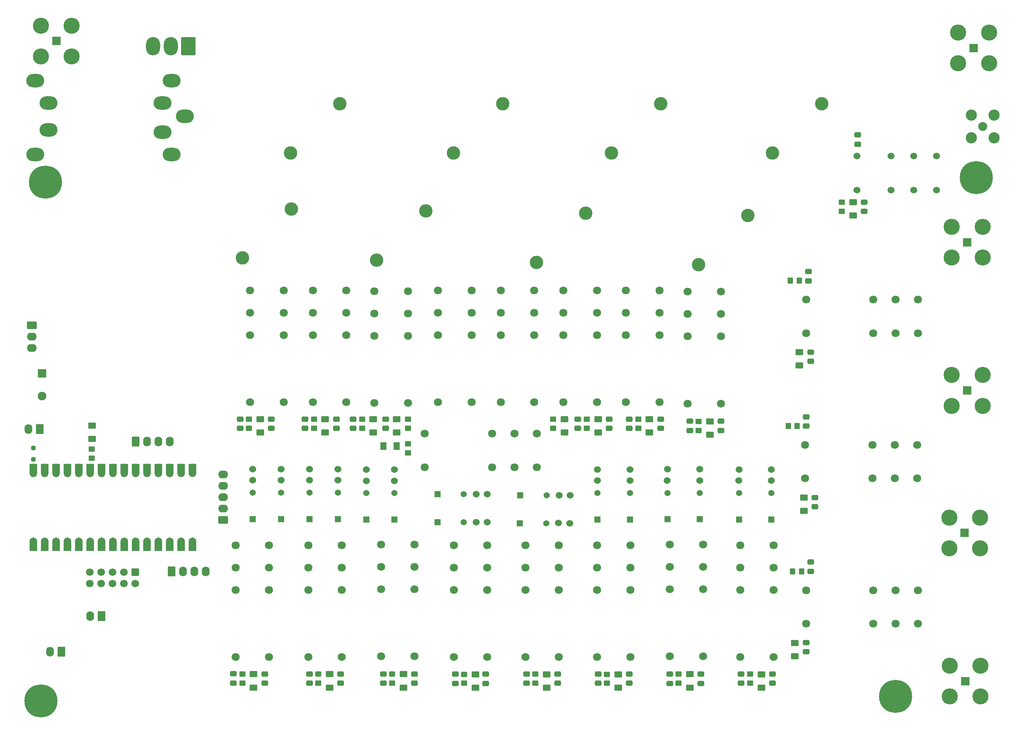
<source format=gts>
G04 #@! TF.GenerationSoftware,KiCad,Pcbnew,7.0.1*
G04 #@! TF.CreationDate,2023-05-12T07:13:37+02:00*
G04 #@! TF.ProjectId,K_Aries,4b5f4172-6965-4732-9e6b-696361645f70,rev?*
G04 #@! TF.SameCoordinates,Original*
G04 #@! TF.FileFunction,Soldermask,Top*
G04 #@! TF.FilePolarity,Negative*
%FSLAX46Y46*%
G04 Gerber Fmt 4.6, Leading zero omitted, Abs format (unit mm)*
G04 Created by KiCad (PCBNEW 7.0.1) date 2023-05-12 07:13:37*
%MOMM*%
%LPD*%
G01*
G04 APERTURE LIST*
G04 Aperture macros list*
%AMRoundRect*
0 Rectangle with rounded corners*
0 $1 Rounding radius*
0 $2 $3 $4 $5 $6 $7 $8 $9 X,Y pos of 4 corners*
0 Add a 4 corners polygon primitive as box body*
4,1,4,$2,$3,$4,$5,$6,$7,$8,$9,$2,$3,0*
0 Add four circle primitives for the rounded corners*
1,1,$1+$1,$2,$3*
1,1,$1+$1,$4,$5*
1,1,$1+$1,$6,$7*
1,1,$1+$1,$8,$9*
0 Add four rect primitives between the rounded corners*
20,1,$1+$1,$2,$3,$4,$5,0*
20,1,$1+$1,$4,$5,$6,$7,0*
20,1,$1+$1,$6,$7,$8,$9,0*
20,1,$1+$1,$8,$9,$2,$3,0*%
G04 Aperture macros list end*
%ADD10C,1.803400*%
%ADD11RoundRect,0.250000X-0.475000X0.337500X-0.475000X-0.337500X0.475000X-0.337500X0.475000X0.337500X0*%
%ADD12O,4.000000X3.000000*%
%ADD13R,1.371600X1.371600*%
%ADD14C,1.371600*%
%ADD15C,1.524000*%
%ADD16RoundRect,0.250001X-0.624999X0.462499X-0.624999X-0.462499X0.624999X-0.462499X0.624999X0.462499X0*%
%ADD17RoundRect,0.250000X-0.450000X0.350000X-0.450000X-0.350000X0.450000X-0.350000X0.450000X0.350000X0*%
%ADD18C,1.998980*%
%ADD19C,2.499360*%
%ADD20RoundRect,0.250001X0.624999X-0.462499X0.624999X0.462499X-0.624999X0.462499X-0.624999X-0.462499X0*%
%ADD21C,3.000000*%
%ADD22RoundRect,0.250000X0.620000X0.845000X-0.620000X0.845000X-0.620000X-0.845000X0.620000X-0.845000X0*%
%ADD23O,1.740000X2.190000*%
%ADD24RoundRect,0.250000X0.475000X-0.337500X0.475000X0.337500X-0.475000X0.337500X-0.475000X-0.337500X0*%
%ADD25R,1.950000X1.950000*%
%ADD26C,3.600000*%
%ADD27RoundRect,0.250000X-0.250000X0.250000X-0.250000X-0.250000X0.250000X-0.250000X0.250000X0.250000X0*%
%ADD28C,1.950000*%
%ADD29C,7.400000*%
%ADD30RoundRect,0.250000X1.330000X1.800000X-1.330000X1.800000X-1.330000X-1.800000X1.330000X-1.800000X0*%
%ADD31O,3.160000X4.100000*%
%ADD32RoundRect,0.250000X-0.845000X0.620000X-0.845000X-0.620000X0.845000X-0.620000X0.845000X0.620000X0*%
%ADD33O,2.190000X1.740000*%
%ADD34RoundRect,0.250000X0.350000X0.450000X-0.350000X0.450000X-0.350000X-0.450000X0.350000X-0.450000X0*%
%ADD35C,1.700000*%
%ADD36O,1.700000X3.000000*%
%ADD37R,1.700000X1.700000*%
%ADD38O,1.700000X1.700000*%
%ADD39RoundRect,0.250000X-0.620000X-0.845000X0.620000X-0.845000X0.620000X0.845000X-0.620000X0.845000X0*%
%ADD40RoundRect,0.250000X0.845000X-0.620000X0.845000X0.620000X-0.845000X0.620000X-0.845000X-0.620000X0*%
%ADD41RoundRect,0.250001X0.462499X0.624999X-0.462499X0.624999X-0.462499X-0.624999X0.462499X-0.624999X0*%
%ADD42RoundRect,0.250000X-0.600000X0.600000X-0.600000X-0.600000X0.600000X-0.600000X0.600000X0.600000X0*%
G04 APERTURE END LIST*
D10*
X225750000Y-201199996D03*
X225750000Y-186199996D03*
X225750000Y-181199995D03*
X225750000Y-176199995D03*
X218250000Y-176199995D03*
X218250000Y-181199995D03*
X218250000Y-186199996D03*
X218250000Y-201199996D03*
D11*
X193500000Y-204962500D03*
X193500000Y-207037500D03*
D12*
X111700000Y-83300000D03*
X137200000Y-77300000D03*
X142200000Y-80300000D03*
X108700000Y-88800000D03*
X139200000Y-88800000D03*
X111700000Y-77300000D03*
X137200000Y-83800000D03*
X108700000Y-72300000D03*
X139200000Y-72300000D03*
D13*
X273248400Y-170436750D03*
D14*
X273248400Y-164536750D03*
D15*
X273238400Y-161746750D03*
X273248400Y-159266750D03*
D11*
X177000000Y-204962500D03*
X177000000Y-207037500D03*
D13*
X176400000Y-170336750D03*
D14*
X176400000Y-164436750D03*
D15*
X176390000Y-161646750D03*
X176400000Y-159166750D03*
D16*
X291500000Y-99512500D03*
X291500000Y-102487500D03*
D17*
X232000000Y-148000000D03*
X232000000Y-150000000D03*
D18*
X320460000Y-82540000D03*
D19*
X323000000Y-85080000D03*
X323000000Y-80000000D03*
X317920000Y-85080000D03*
X317920000Y-80000000D03*
D20*
X157500000Y-207987500D03*
X157500000Y-205012500D03*
D10*
X161000000Y-201199996D03*
X161000000Y-186199996D03*
X161000000Y-181199995D03*
X161000000Y-176199995D03*
X153500000Y-176199995D03*
X153500000Y-181199995D03*
X153500000Y-186199996D03*
X153500000Y-201199996D03*
D21*
X257000000Y-113475000D03*
X268000000Y-102475000D03*
D11*
X250500000Y-205000000D03*
X250500000Y-207075000D03*
D22*
X114540000Y-200000000D03*
D23*
X112000000Y-200000000D03*
D24*
X282000000Y-182037500D03*
X282000000Y-179962500D03*
X281000000Y-149537500D03*
X281000000Y-147462500D03*
D10*
X193500000Y-201000000D03*
X193500000Y-186000000D03*
X193500000Y-180999999D03*
X193500000Y-175999999D03*
X186000000Y-175999999D03*
X186000000Y-180999999D03*
X186000000Y-186000000D03*
X186000000Y-201000000D03*
X258000000Y-201000001D03*
X258000000Y-186000001D03*
X258000000Y-181000000D03*
X258000000Y-176000000D03*
X250500000Y-176000000D03*
X250500000Y-181000000D03*
X250500000Y-186000001D03*
X250500000Y-201000001D03*
D20*
X246000000Y-150987500D03*
X246000000Y-148012500D03*
X189500000Y-150987500D03*
X189500000Y-148012500D03*
D11*
X234500000Y-204962500D03*
X234500000Y-207037500D03*
X160000000Y-204962500D03*
X160000000Y-207037500D03*
D13*
X198600000Y-164800000D03*
D14*
X204500000Y-164800000D03*
D15*
X207290000Y-164790000D03*
X209770000Y-164800000D03*
D11*
X282000000Y-133000000D03*
X282000000Y-135075000D03*
D17*
X220500000Y-205012500D03*
X220500000Y-207012500D03*
X188500000Y-205000000D03*
X188500000Y-207000000D03*
X257000000Y-148500000D03*
X257000000Y-150500000D03*
D13*
X157300000Y-170350000D03*
D14*
X157300000Y-164450000D03*
D15*
X157290000Y-161660000D03*
X157300000Y-159180000D03*
D25*
X316560000Y-206560000D03*
D26*
X313120000Y-203120000D03*
X313120000Y-210000000D03*
X320000000Y-203120000D03*
X320000000Y-210000000D03*
D11*
X237000000Y-147962500D03*
X237000000Y-150037500D03*
D21*
X165825000Y-88475000D03*
X176825000Y-77475000D03*
D20*
X184250000Y-150987500D03*
X184250000Y-148012500D03*
D10*
X281000000Y-193750000D03*
X296000000Y-193750000D03*
X301000001Y-193750000D03*
X306000001Y-193750000D03*
X306000001Y-186250000D03*
X301000001Y-186250000D03*
X296000000Y-186250000D03*
X281000000Y-186250000D03*
D25*
X113440000Y-63440000D03*
D26*
X110000000Y-60000000D03*
X110000000Y-66880000D03*
X116880000Y-60000000D03*
X116880000Y-66880000D03*
D11*
X261980000Y-148462500D03*
X261980000Y-150537500D03*
D24*
X292500000Y-86500000D03*
X292500000Y-84425000D03*
D20*
X234500000Y-150987500D03*
X234500000Y-148012500D03*
D10*
X280800004Y-161250000D03*
X295800004Y-161250000D03*
X300800005Y-161250000D03*
X305800005Y-161250000D03*
X305800005Y-153750000D03*
X300800005Y-153750000D03*
X295800004Y-153750000D03*
X280800004Y-153750000D03*
D11*
X281000000Y-197925000D03*
X281000000Y-200000000D03*
X202600000Y-205000000D03*
X202600000Y-207075000D03*
D20*
X191000000Y-207987500D03*
X191000000Y-205012500D03*
D11*
X186500000Y-204962500D03*
X186500000Y-207037500D03*
D10*
X273750000Y-201199996D03*
X273750000Y-186199996D03*
X273750000Y-181199995D03*
X273750000Y-176199995D03*
X266250000Y-176199995D03*
X266250000Y-181199995D03*
X266250000Y-186199996D03*
X266250000Y-201199996D03*
D20*
X280500000Y-168487500D03*
X280500000Y-165512500D03*
D13*
X163700000Y-170336750D03*
D14*
X163700000Y-164436750D03*
D15*
X163690000Y-161646750D03*
X163700000Y-159166750D03*
D13*
X170000000Y-170336750D03*
D14*
X170000000Y-164436750D03*
D15*
X169990000Y-161646750D03*
X170000000Y-159166750D03*
D22*
X109740000Y-150200000D03*
D23*
X107200000Y-150200000D03*
D11*
X266500000Y-204962500D03*
X266500000Y-207037500D03*
D13*
X217000000Y-171250000D03*
D14*
X222900000Y-171250000D03*
D15*
X225690000Y-171240000D03*
X228170000Y-171250000D03*
D27*
X108300000Y-154450000D03*
X108300000Y-156950000D03*
D11*
X248500000Y-147962500D03*
X248500000Y-150037500D03*
D25*
X110250000Y-137750000D03*
D28*
X110250000Y-142830000D03*
D11*
X161500000Y-147962500D03*
X161500000Y-150037500D03*
D13*
X182700000Y-170450000D03*
D14*
X182700000Y-164550000D03*
D15*
X182690000Y-161760000D03*
X182700000Y-159280000D03*
D25*
X317000000Y-141560000D03*
D26*
X313560000Y-138120000D03*
X313560000Y-145000000D03*
X320440000Y-138120000D03*
X320440000Y-145000000D03*
D13*
X257248400Y-170370000D03*
D14*
X257248400Y-164470000D03*
D15*
X257238400Y-161680000D03*
X257248400Y-159200000D03*
D11*
X179750000Y-147962500D03*
X179750000Y-150037500D03*
D20*
X173500000Y-150987500D03*
X173500000Y-148012500D03*
D21*
X273500000Y-88500000D03*
X284500000Y-77500000D03*
D17*
X181750000Y-148000000D03*
X181750000Y-150000000D03*
X268500000Y-205012500D03*
X268500000Y-207012500D03*
X156500000Y-148000000D03*
X156500000Y-150000000D03*
D29*
X111000000Y-95000000D03*
D30*
X142960000Y-64595000D03*
D31*
X139000000Y-64595000D03*
X135040000Y-64595000D03*
D20*
X278500000Y-200987500D03*
X278500000Y-198012500D03*
D32*
X108000000Y-127000000D03*
D33*
X108000000Y-129540000D03*
X108000000Y-132080000D03*
D13*
X198600000Y-171000000D03*
D14*
X204500000Y-171000000D03*
D15*
X207290000Y-170990000D03*
X209770000Y-171000000D03*
D11*
X273500000Y-204962500D03*
X273500000Y-207037500D03*
D13*
X189000000Y-170450000D03*
D14*
X189000000Y-164550000D03*
D15*
X188990000Y-161760000D03*
X189000000Y-159280000D03*
D25*
X316440000Y-173440000D03*
D26*
X313000000Y-170000000D03*
X313000000Y-176880000D03*
X319880000Y-170000000D03*
X319880000Y-176880000D03*
D34*
X280000000Y-182000000D03*
X278000000Y-182000000D03*
D25*
X317000000Y-108440000D03*
D26*
X313560000Y-105000000D03*
X313560000Y-111880000D03*
X320440000Y-105000000D03*
X320440000Y-111880000D03*
D10*
X195800004Y-158750000D03*
X210800004Y-158750000D03*
X215800005Y-158750000D03*
X220800005Y-158750000D03*
X220800005Y-151250000D03*
X215800005Y-151250000D03*
X210800004Y-151250000D03*
X195800004Y-151250000D03*
D11*
X230000000Y-147962500D03*
X230000000Y-150037500D03*
D17*
X121300000Y-154700000D03*
X121300000Y-156700000D03*
D21*
X155000000Y-111975000D03*
X166000000Y-100975000D03*
D11*
X255000000Y-148462500D03*
X255000000Y-150537500D03*
X169000000Y-147962500D03*
X169000000Y-150037500D03*
D24*
X187000000Y-150037500D03*
X187000000Y-147962500D03*
D11*
X154500000Y-147962500D03*
X154500000Y-150037500D03*
X294000000Y-99462500D03*
X294000000Y-101537500D03*
D17*
X236500000Y-205037500D03*
X236500000Y-207037500D03*
D20*
X159000000Y-150987500D03*
X159000000Y-148012500D03*
D13*
X250000000Y-170370000D03*
D14*
X250000000Y-164470000D03*
D15*
X249990000Y-161680000D03*
X250000000Y-159200000D03*
D10*
X241750000Y-201199996D03*
X241750000Y-186199996D03*
X241750000Y-181199995D03*
X241750000Y-176199995D03*
X234250000Y-176199995D03*
X234250000Y-181199995D03*
X234250000Y-186199996D03*
X234250000Y-201199996D03*
D20*
X174500000Y-207987500D03*
X174500000Y-205012500D03*
D13*
X234400000Y-170436750D03*
D14*
X234400000Y-164536750D03*
D15*
X234390000Y-161746750D03*
X234400000Y-159266750D03*
D10*
X192000000Y-144399992D03*
X192000000Y-129399992D03*
X192000000Y-124399991D03*
X192000000Y-119399991D03*
X184500000Y-119399991D03*
X184500000Y-124399991D03*
X184500000Y-129399992D03*
X184500000Y-144399992D03*
D17*
X252500000Y-205000000D03*
X252500000Y-207000000D03*
D11*
X209400000Y-205000000D03*
X209400000Y-207075000D03*
X283000000Y-165500000D03*
X283000000Y-167575000D03*
D17*
X192000000Y-153500000D03*
X192000000Y-155500000D03*
D34*
X279000000Y-149500000D03*
X277000000Y-149500000D03*
D10*
X209750000Y-201199996D03*
X209750000Y-186199996D03*
X209750000Y-181199995D03*
X209750000Y-176199995D03*
X202250000Y-176199995D03*
X202250000Y-181199995D03*
X202250000Y-186199996D03*
X202250000Y-201199996D03*
D11*
X241500000Y-147962500D03*
X241500000Y-150037500D03*
D17*
X204600000Y-205037500D03*
X204600000Y-207037500D03*
D10*
X206250000Y-144199996D03*
X206250000Y-129199996D03*
X206250000Y-124199995D03*
X206250000Y-119199995D03*
X198750000Y-119199995D03*
X198750000Y-124199995D03*
X198750000Y-129199996D03*
X198750000Y-144199996D03*
D13*
X266000000Y-170436750D03*
D14*
X266000000Y-164536750D03*
D15*
X265990000Y-161746750D03*
X266000000Y-159266750D03*
D29*
X319000000Y-94000000D03*
D34*
X279500000Y-117000000D03*
X277500000Y-117000000D03*
D20*
X239000000Y-208025000D03*
X239000000Y-205050000D03*
D17*
X155000000Y-205000000D03*
X155000000Y-207000000D03*
D25*
X318440000Y-65000000D03*
D26*
X315000000Y-61560000D03*
X315000000Y-68440000D03*
X321880000Y-61560000D03*
X321880000Y-68440000D03*
D20*
X223000000Y-208000000D03*
X223000000Y-205025000D03*
D29*
X110000000Y-211000000D03*
D10*
X248250000Y-144199996D03*
X248250000Y-129199996D03*
X248250000Y-124199995D03*
X248250000Y-119199995D03*
X240750000Y-119199995D03*
X240750000Y-124199995D03*
X240750000Y-129199996D03*
X240750000Y-144199996D03*
X280999999Y-128750000D03*
X295999999Y-128750000D03*
X301000000Y-128750000D03*
X306000000Y-128750000D03*
X306000000Y-121250000D03*
X301000000Y-121250000D03*
X295999999Y-121250000D03*
X280999999Y-121250000D03*
D15*
X292380000Y-96810000D03*
X300000000Y-96810000D03*
X305080000Y-96810000D03*
X310160000Y-96810000D03*
X310160000Y-89190000D03*
X305080000Y-89190000D03*
X300000000Y-89190000D03*
X292380000Y-89190000D03*
D20*
X255000000Y-207987500D03*
X255000000Y-205012500D03*
D11*
X170000000Y-204962500D03*
X170000000Y-207037500D03*
D20*
X259500000Y-151487500D03*
X259500000Y-148512500D03*
D11*
X176000000Y-147962500D03*
X176000000Y-150037500D03*
D29*
X301000000Y-210000000D03*
D20*
X227000000Y-151000000D03*
X227000000Y-148025000D03*
D10*
X234250000Y-144199996D03*
X234250000Y-129199996D03*
X234250000Y-124199995D03*
X234250000Y-119199995D03*
X226750000Y-119199995D03*
X226750000Y-124199995D03*
X226750000Y-129199996D03*
X226750000Y-144199996D03*
D35*
X143900000Y-160100000D03*
D36*
X143900000Y-159465000D03*
D37*
X143900000Y-158830000D03*
D38*
X141360000Y-160100000D03*
D36*
X141360000Y-159465000D03*
D37*
X141360000Y-158830000D03*
D38*
X138820000Y-160100000D03*
D36*
X138820000Y-159465000D03*
D37*
X138820000Y-158830000D03*
D38*
X136280000Y-160100000D03*
D36*
X136280000Y-159465000D03*
D37*
X136280000Y-158830000D03*
D38*
X133740000Y-160100000D03*
D36*
X133740000Y-159465000D03*
D37*
X133740000Y-158830000D03*
D38*
X131200000Y-160100000D03*
D36*
X131200000Y-159465000D03*
D37*
X131200000Y-158830000D03*
D38*
X128660000Y-160100000D03*
D36*
X128660000Y-159465000D03*
D37*
X128660000Y-158830000D03*
D38*
X126120000Y-160100000D03*
D36*
X126120000Y-159465000D03*
D37*
X126120000Y-158830000D03*
D38*
X123580000Y-160100000D03*
D36*
X123580000Y-159465000D03*
D37*
X123580000Y-158830000D03*
D38*
X121040000Y-160100000D03*
D36*
X121040000Y-159465000D03*
D37*
X121040000Y-158830000D03*
D38*
X118500000Y-160100000D03*
D36*
X118500000Y-159465000D03*
D37*
X118500000Y-158830000D03*
D38*
X115960000Y-160100000D03*
D36*
X115960000Y-159465000D03*
D37*
X115960000Y-158830000D03*
D38*
X113420000Y-160100000D03*
D36*
X113420000Y-159465000D03*
D37*
X113420000Y-158830000D03*
D38*
X110880000Y-160100000D03*
D36*
X110880000Y-159465000D03*
D37*
X110880000Y-158830000D03*
D38*
X108340000Y-160100000D03*
D36*
X108340000Y-159465000D03*
D37*
X108340000Y-158830000D03*
X108340000Y-176610000D03*
D36*
X108340000Y-175975000D03*
D35*
X108340000Y-175340000D03*
D37*
X110880000Y-176610000D03*
D36*
X110880000Y-175975000D03*
D38*
X110880000Y-175340000D03*
D37*
X113420000Y-176610000D03*
D36*
X113420000Y-175975000D03*
D38*
X113420000Y-175340000D03*
D37*
X115960000Y-176610000D03*
D36*
X115960000Y-175975000D03*
D38*
X115960000Y-175340000D03*
D37*
X118500000Y-176610000D03*
D36*
X118500000Y-175975000D03*
D38*
X118500000Y-175340000D03*
D37*
X121040000Y-176610000D03*
D36*
X121040000Y-175975000D03*
D38*
X121040000Y-175340000D03*
D37*
X123580000Y-176610000D03*
D36*
X123580000Y-175975000D03*
D38*
X123580000Y-175340000D03*
D37*
X126120000Y-176610000D03*
D36*
X126120000Y-175975000D03*
D38*
X126120000Y-175340000D03*
D37*
X128660000Y-176610000D03*
D36*
X128660000Y-175975000D03*
D38*
X128660000Y-175340000D03*
D37*
X131200000Y-176610000D03*
D36*
X131200000Y-175975000D03*
D38*
X131200000Y-175340000D03*
D37*
X133740000Y-176610000D03*
D36*
X133740000Y-175975000D03*
D38*
X133740000Y-175340000D03*
D37*
X136280000Y-176610000D03*
D36*
X136280000Y-175975000D03*
D38*
X136280000Y-175340000D03*
D37*
X138820000Y-176610000D03*
D36*
X138820000Y-175975000D03*
D38*
X138820000Y-175340000D03*
D37*
X141360000Y-176610000D03*
D36*
X141360000Y-175975000D03*
D38*
X141360000Y-175340000D03*
D37*
X143900000Y-176610000D03*
D36*
X143900000Y-175975000D03*
D38*
X143900000Y-175340000D03*
D10*
X164250000Y-144199996D03*
X164250000Y-129199996D03*
X164250000Y-124199995D03*
X164250000Y-119199995D03*
X156750000Y-119199995D03*
X156750000Y-124199995D03*
X156750000Y-129199996D03*
X156750000Y-144199996D03*
D20*
X279500000Y-135987500D03*
X279500000Y-133012500D03*
D39*
X131190000Y-153020000D03*
D23*
X133730000Y-153020000D03*
X136270000Y-153020000D03*
X138810000Y-153020000D03*
D40*
X150700000Y-170500000D03*
D33*
X150700000Y-167960000D03*
X150700000Y-165420000D03*
X150700000Y-162880000D03*
X150700000Y-160340000D03*
D11*
X225500000Y-204962500D03*
X225500000Y-207037500D03*
X153000000Y-204925000D03*
X153000000Y-207000000D03*
D16*
X121400000Y-149425000D03*
X121400000Y-152400000D03*
D21*
X220775000Y-112975000D03*
X231775000Y-101975000D03*
D17*
X243500000Y-148000000D03*
X243500000Y-150000000D03*
D10*
X177250000Y-201199996D03*
X177250000Y-186199996D03*
X177250000Y-181199995D03*
X177250000Y-176199995D03*
X169750000Y-176199995D03*
X169750000Y-181199995D03*
X169750000Y-186199996D03*
X169750000Y-201199996D03*
D24*
X281500000Y-117075000D03*
X281500000Y-115000000D03*
D20*
X207100000Y-208025000D03*
X207100000Y-205050000D03*
D17*
X172000000Y-205000000D03*
X172000000Y-207000000D03*
D21*
X185000000Y-112475000D03*
X196000000Y-101475000D03*
D10*
X178250000Y-144199996D03*
X178250000Y-129199996D03*
X178250000Y-124199995D03*
X178250000Y-119199995D03*
X170750000Y-119199995D03*
X170750000Y-124199995D03*
X170750000Y-129199996D03*
X170750000Y-144199996D03*
X262000000Y-144500000D03*
X262000000Y-129500000D03*
X262000000Y-124499999D03*
X262000000Y-119499999D03*
X254500000Y-119499999D03*
X254500000Y-124499999D03*
X254500000Y-129500000D03*
X254500000Y-144500000D03*
D20*
X271000000Y-208000000D03*
X271000000Y-205025000D03*
D10*
X220250000Y-144199996D03*
X220250000Y-129199996D03*
X220250000Y-124199995D03*
X220250000Y-119199995D03*
X212750000Y-119199995D03*
X212750000Y-124199995D03*
X212750000Y-129199996D03*
X212750000Y-144199996D03*
D22*
X123540000Y-192000000D03*
D23*
X121000000Y-192000000D03*
D39*
X139190000Y-182020000D03*
D23*
X141730000Y-182020000D03*
X144270000Y-182020000D03*
X146810000Y-182020000D03*
D21*
X237500000Y-88475000D03*
X248500000Y-77475000D03*
D17*
X224500000Y-148000000D03*
X224500000Y-150000000D03*
X171000000Y-148000000D03*
X171000000Y-150000000D03*
D41*
X189487500Y-154000000D03*
X186512500Y-154000000D03*
D11*
X241500000Y-204962500D03*
X241500000Y-207037500D03*
D17*
X289000000Y-99500000D03*
X289000000Y-101500000D03*
X192000000Y-148000000D03*
X192000000Y-150000000D03*
D11*
X218500000Y-204962500D03*
X218500000Y-207037500D03*
D21*
X202225000Y-88475000D03*
X213225000Y-77475000D03*
D13*
X241648400Y-170436750D03*
D14*
X241648400Y-164536750D03*
D15*
X241638400Y-161746750D03*
X241648400Y-159266750D03*
D42*
X131080000Y-182247500D03*
D35*
X131080000Y-184787500D03*
X128540000Y-182247500D03*
X128540000Y-184787500D03*
X126000000Y-182247500D03*
X126000000Y-184787500D03*
X123460000Y-182247500D03*
X123460000Y-184787500D03*
X120920000Y-182247500D03*
X120920000Y-184787500D03*
D11*
X257520000Y-205000000D03*
X257520000Y-207075000D03*
D13*
X217100000Y-165000000D03*
D14*
X223000000Y-165000000D03*
D15*
X225790000Y-164990000D03*
X228270000Y-165000000D03*
M02*

</source>
